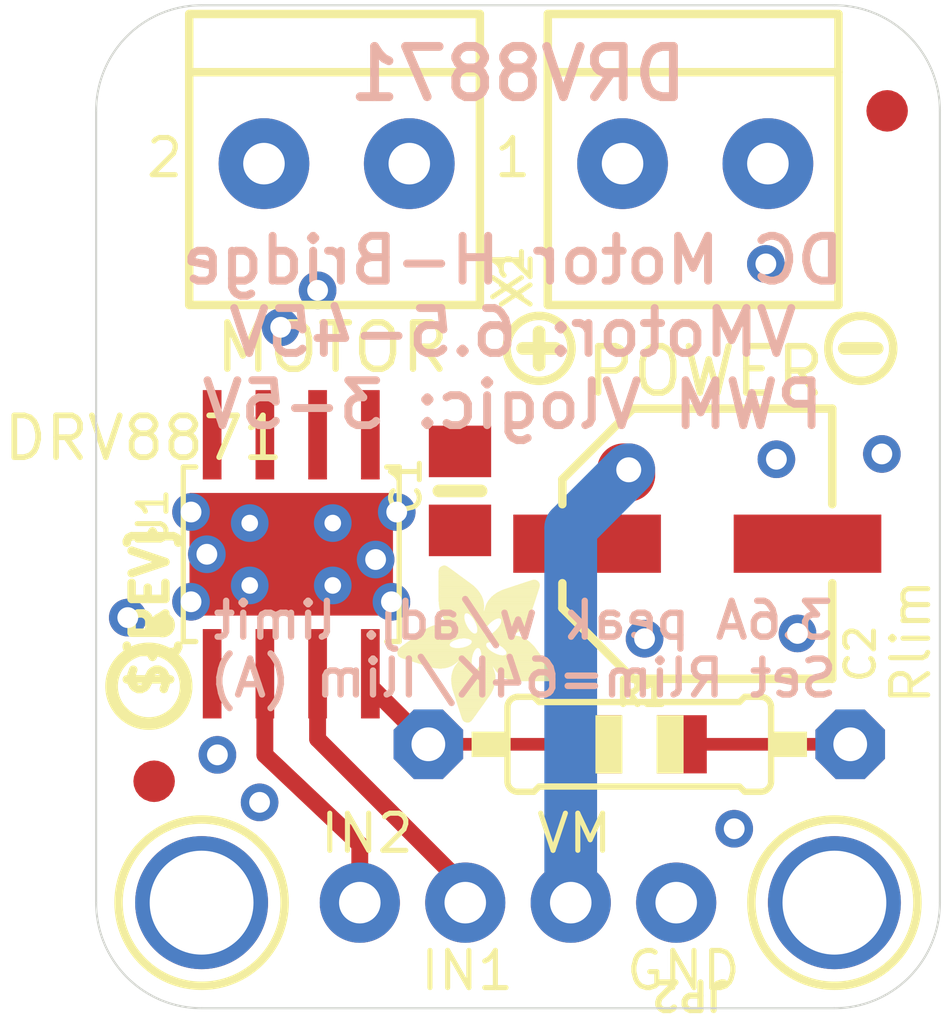
<source format=kicad_pcb>
(kicad_pcb (version 20241229) (generator "pcbnew") (generator_version "9.0")
  (layers (0 "F.Cu" signal) (2 "B.Cu" signal) (13 "F.Paste" user) (15 "B.Paste" user) (5 "F.SilkS" user "F.Silkscreen") (7 "B.SilkS" user "B.Silkscreen") (1 "F.Mask" user) (3 "B.Mask" user) (25 "Edge.Cuts" user))
  (net 0 "")
  (net 1 "GND")
  (net 2 "N$1")
  (net 3 "OUT2")
  (net 4 "OUT1")
  (net 5 "IN2")
  (net 6 "IN1")
  (net 7 "VMOTOR")
  (footprint "Adafruit DRV8871:0805-NO" (layer "F.Cu") (at 147.1041 104.6226 -90)
    (property "Reference" "C1" (at 0.635 0.889 90) (layer "F.SilkS") (effects (font (size 0.692831 0.692831) (thickness 0.119969)) (justify left bottom)))
    (property "Value" "0.1uF/50V")
    (pad "1" smd rect (at -0.95 0 270) (size 1.24 1.5) (layers "F.Cu" "F.Mask" "F.Paste") (net 7 "VMOTOR"))
    (pad "2" smd rect (at 0.95 0 270) (size 1.24 1.5) (layers "F.Cu" "F.Mask" "F.Paste") (net 1 "GND"))
  )
  (footprint "Adafruit DRV8871:SYMBOL_PLUS" (layer "F.Cu") (at 149.0091 101.1936 90)
    (property "Reference" "U$11" (hide yes))
    (property "Value" "" (hide yes))
  )
  (footprint "Adafruit DRV8871:MOUNTINGHOLE_2.5_PLATED" (layer "F.Cu") (at 140.8811 114.5286 90)
    (property "Reference" "U$9" (hide yes))
    (property "Value" "MOUNTINGHOLE2.5" (hide yes))
    (pad "P$1" thru_hole circle (at 0 0 90) (size 3.2 3.2) (drill 2.5) (layers "*.Cu" "*.Mask"))
  )
  (footprint "Adafruit DRV8871:ADAFRUIT_3.5MM" (layer "F.Cu") (at 149.3901 106.4006 180)
    (property "Reference" "U$14" (hide yes))
    (property "Value" "" (hide yes))
  )
  (footprint "Adafruit DRV8871:PCBFEAT-REV-040" (layer "F.Cu") (at 139.6111 109.3216 90)
    (property "Reference" "U$15" (hide yes))
    (property "Value" "" (hide yes))
    (fp_text user "${REV}" (at -0.3556 0.508 90) (layer "F.SilkS") (effects (font (size 0.8128 0.8128) (thickness 0.2032)) (justify left bottom)))
  )
  (footprint "Adafruit DRV8871:PANASONIC_D" (layer "F.Cu") (at 152.8191 105.8926 180)
    (property "Reference" "C2" (at -4.334 -3.401 90) (layer "F.SilkS") (effects (font (size 0.692831 0.692831) (thickness 0.119969)) (justify left bottom)))
    (property "Value" "22uF/63V")
    (pad "+" smd rect (at 2.654 0 180) (size 3.556 1.4) (layers "F.Cu" "F.Mask" "F.Paste") (net 7 "VMOTOR"))
    (pad "-" smd rect (at -2.654 0 180) (size 3.556 1.4) (layers "F.Cu" "F.Mask" "F.Paste") (net 1 "GND"))
  )
  (footprint "Adafruit DRV8871:TERMBLOCK_1X2-3.5MM" (layer "F.Cu") (at 152.8191 96.7486 180)
    (property "Reference" "X2" (at 4.746 -2.08 90) (layer "F.SilkS") (effects (font (size 0.692831 0.692831) (thickness 0.119969)) (justify right top)))
    (property "Value" "POWER")
    (pad "1" thru_hole circle (at 1.8 0 180) (size 2.1844 2.1844) (drill 1) (layers "*.Cu" "*.Mask") (net 7 "VMOTOR"))
    (pad "2" thru_hole circle (at -1.7 0 180) (size 2.1844 2.1844) (drill 1) (layers "*.Cu" "*.Mask") (net 1 "GND"))
  )
  (footprint "Adafruit DRV8871:FIDUCIAL_1MM" (layer "F.Cu") (at 139.7381 111.6076 90)
    (property "Reference" "FID2" (hide yes))
    (property "Value" "FIDUCIAL\"\"" (hide yes))
    (pad "1" smd roundrect (at 0 0 90) (size 1 1) (layers "F.Cu" "F.Mask") (roundrect_rratio 0.5))
  )
  (footprint "Adafruit DRV8871:0805-THM" (layer "F.Cu") (at 151.4221 110.7186 180)
    (property "Reference" "R1" (at 0.635 0.889 0) (layer "F.SilkS") (effects (font (size 0.60706 0.60706) (thickness 0.20574)) (justify left bottom)))
    (property "Value" "30K")
    (fp_line (start 1 0) (end 5.1 0) (stroke (width 0.3048)) (layer "F.Cu"))
    (fp_line (start -4.5 0) (end -1.1 0) (stroke (width 0.3048)) (layer "F.Cu"))
    (fp_poly (pts (xy 0.4254 0.7) (xy 1.6254 0.7) (xy 1.6254 -0.7) (xy 0.4254 -0.7)) (fill yes) (layer "F.Cu"))
    (fp_poly (pts (xy -1.6254 0.7) (xy -0.4254 0.7) (xy -0.4254 -0.7) (xy -1.6254 -0.7)) (fill yes) (layer "F.Cu"))
    (pad "1" thru_hole roundrect (at -5.08 0 180) (size 1.6764 1.6764) (drill 0.8128) (layers "*.Cu" "*.Mask") (chamfer_ratio 0.2928932188) (chamfer top_left top_right bottom_left bottom_right) (net 1 "GND"))
    (pad "2" thru_hole roundrect (at 5.08 0 180) (size 1.6764 1.6764) (drill 0.8128) (layers "*.Cu" "*.Mask") (chamfer_ratio 0.2928932188) (chamfer top_left top_right bottom_left bottom_right) (net 2 "N$1"))
  )
  (footprint "Adafruit DRV8871:MOUNTINGHOLE_2.5_PLATED" (layer "F.Cu") (at 156.1211 114.5286 90)
    (property "Reference" "U$10" (hide yes))
    (property "Value" "MOUNTINGHOLE2.5" (hide yes))
    (pad "P$1" thru_hole circle (at 0 0 90) (size 3.2 3.2) (drill 2.5) (layers "*.Cu" "*.Mask"))
  )
  (footprint "Adafruit DRV8871:1X04_ROUND_76" (layer "F.Cu") (at 148.5011 114.5286 180)
    (property "Reference" "JP2" (at -5.1562 -1.8288 180) (layer "F.SilkS") (effects (font (size 0.666496 0.666496) (thickness 0.146304)) (justify left bottom)))
    (property "Value" "")
    (pad "1" thru_hole circle (at -3.81 0 270) (size 1.9304 1.9304) (drill 1) (layers "*.Cu" "*.Mask") (net 1 "GND"))
    (pad "2" thru_hole circle (at -1.27 0 270) (size 1.9304 1.9304) (drill 1) (layers "*.Cu" "*.Mask") (net 7 "VMOTOR"))
    (pad "3" thru_hole circle (at 1.27 0 270) (size 1.9304 1.9304) (drill 1) (layers "*.Cu" "*.Mask") (net 6 "IN1"))
    (pad "4" thru_hole circle (at 3.81 0 270) (size 1.9304 1.9304) (drill 1) (layers "*.Cu" "*.Mask") (net 5 "IN2"))
  )
  (footprint "Adafruit DRV8871:HSOP8" (layer "F.Cu") (at 143.0401 106.1466)
    (property "Reference" "U1" (at -2.927 -0.097 90) (layer "F.SilkS") (effects (font (size 0.692831 0.692831) (thickness 0.119969)) (justify left bottom)))
    (property "Value" "DRV8871")
    (pad "1" smd rect (at -1.905 2.875 90) (size 2.15 0.45) (layers "F.Cu" "F.Mask" "F.Paste") (net 1 "GND"))
    (pad "2" smd rect (at -0.635 2.875 90) (size 2.15 0.45) (layers "F.Cu" "F.Mask" "F.Paste") (net 5 "IN2"))
    (pad "3" smd rect (at 0.635 2.875 90) (size 2.15 0.45) (layers "F.Cu" "F.Mask" "F.Paste") (net 6 "IN1"))
    (pad "4" smd rect (at 1.905 2.875 90) (size 2.15 0.45) (layers "F.Cu" "F.Mask" "F.Paste") (net 2 "N$1"))
    (pad "5" smd rect (at 1.905 -2.875 90) (size 2.15 0.45) (layers "F.Cu" "F.Mask" "F.Paste") (net 7 "VMOTOR"))
    (pad "6" smd rect (at 0.635 -2.875 90) (size 2.15 0.45) (layers "F.Cu" "F.Mask" "F.Paste") (net 4 "OUT1"))
    (pad "7" smd rect (at -0.635 -2.875 90) (size 2.15 0.45) (layers "F.Cu" "F.Mask" "F.Paste") (net 1 "GND"))
    (pad "8" smd rect (at -1.905 -2.875 90) (size 2.15 0.45) (layers "F.Cu" "F.Mask" "F.Paste") (net 3 "OUT2"))
    (pad "GND" smd rect (at 0 0 90) (size 2.95 4.9) (layers "F.Cu") (net 1 "GND"))
    (pad "P$1" thru_hole circle (at -1 -0.75) (size 0.908 0.908) (drill 0.4) (layers "*.Cu" "*.Mask") (net 1 "GND"))
    (pad "P$2" thru_hole circle (at -1 0.75) (size 0.908 0.908) (drill 0.4) (layers "*.Cu" "*.Mask") (net 1 "GND"))
    (pad "P$3" thru_hole circle (at 1 0.75) (size 0.908 0.908) (drill 0.4) (layers "*.Cu" "*.Mask") (net 1 "GND"))
    (pad "P$4" thru_hole circle (at 1 -0.75) (size 0.908 0.908) (drill 0.4) (layers "*.Cu" "*.Mask") (net 1 "GND"))
  )
  (footprint "Adafruit DRV8871:FIDUCIAL_1MM" (layer "F.Cu") (at 157.3911 95.4786 90)
    (property "Reference" "FID1" (hide yes))
    (property "Value" "FIDUCIAL\"\"" (hide yes))
    (pad "1" smd roundrect (at 0 0 90) (size 1 1) (layers "F.Cu" "F.Mask") (roundrect_rratio 0.5))
  )
  (footprint "Adafruit DRV8871:SYMBOL_MINUS" (layer "F.Cu") (at 156.7561 101.1936 180)
    (property "Reference" "U$12" (hide yes))
    (property "Value" "" (hide yes))
  )
  (footprint "Adafruit DRV8871:TERMBLOCK_1X2-3.5MM" (layer "F.Cu") (at 144.1831 96.7486 180)
    (property "Reference" "X1" (at -4.492 -3.381 90) (layer "F.SilkS") (effects (font (size 0.692831 0.692831) (thickness 0.119969)) (justify left bottom)))
    (property "Value" "DCMOTOR")
    (pad "1" thru_hole circle (at 1.8 0 180) (size 2.1844 2.1844) (drill 1) (layers "*.Cu" "*.Mask") (net 3 "OUT2"))
    (pad "2" thru_hole circle (at -1.7 0 180) (size 2.1844 2.1844) (drill 1) (layers "*.Cu" "*.Mask") (net 4 "OUT1"))
  )
  (gr_line (start 158.6611 95.4786) (end 158.6611 114.5286) (stroke (width 0.05)) (layer "Edge.Cuts"))
  (gr_arc (start 140.8811 117.0686) (mid 139.085049 116.324651) (end 138.3411 114.5286) (stroke (width 0.05)) (layer "Edge.Cuts"))
  (gr_arc (start 158.6611 114.5286) (mid 157.917151 116.324651) (end 156.1211 117.0686) (stroke (width 0.05)) (layer "Edge.Cuts"))
  (gr_arc (start 156.1211 92.9386) (mid 157.917151 93.682549) (end 158.6611 95.4786) (stroke (width 0.05)) (layer "Edge.Cuts"))
  (gr_line (start 138.3411 114.5286) (end 138.3411 95.4786) (stroke (width 0.05)) (layer "Edge.Cuts"))
  (gr_arc (start 138.3411 95.4786) (mid 139.085049 93.682549) (end 140.8811 92.9386) (stroke (width 0.05)) (layer "Edge.Cuts"))
  (gr_line (start 156.1211 117.0686) (end 140.8811 117.0686) (stroke (width 0.05)) (layer "Edge.Cuts"))
  (gr_line (start 140.8811 92.9386) (end 156.1211 92.9386) (stroke (width 0.05)) (layer "Edge.Cuts"))
  (gr_text "2" (at 139.4841 97.1296 0) (layer "F.SilkS") (effects (font (size 0.89408 0.89408) (thickness 0.12192)) (justify left bottom)))
  (gr_text "POWER" (at 150.065982 102.401116 0) (layer "F.SilkS") (effects (font (size 1.1176 1.1176) (thickness 0.1524)) (justify left bottom)))
  (gr_text "Rlim" (at 158.484113 109.821811 90) (layer "F.SilkS") (effects (font (size 0.89408 0.89408) (thickness 0.12192)) (justify left bottom)))
  (gr_text "GND" (at 151.0411 116.6876 0) (layer "F.SilkS") (effects (font (size 0.89408 0.89408) (thickness 0.12192)) (justify left bottom)))
  (gr_text "MOTOR" (at 141.1351 101.8286 0) (layer "F.SilkS") (effects (font (size 1.1176 1.1176) (thickness 0.1524)) (justify left bottom)))
  (gr_text "VM" (at 148.8821 113.3856 0) (layer "F.SilkS") (effects (font (size 0.89408 0.89408) (thickness 0.12192)) (justify left bottom)))
  (gr_text "DRV8871" (at 139.4841 103.3526 0) (layer "F.SilkS") (effects (font (size 1.00584 1.00584) (thickness 0.13716))))
  (gr_text "IN1" (at 146.0881 116.6876 0) (layer "F.SilkS") (effects (font (size 0.89408 0.89408) (thickness 0.12192)) (justify left bottom)))
  (gr_text "IN2" (at 143.6751 113.3856 0) (layer "F.SilkS") (effects (font (size 0.89408 0.89408) (thickness 0.12192)) (justify left bottom)))
  (gr_text "1" (at 147.8661 97.1296 0) (layer "F.SilkS") (effects (font (size 0.89408 0.89408) (thickness 0.12192)) (justify left bottom)))
  (gr_text "DC Motor H-Bridge\nVMotor: 6.5-45V\nPWM Vlogic: 3-5V" (at 148.3741 100.8126 -0) (layer "B.SilkS") (effects (font (size 1.0795 1.0795) (thickness 0.1905)) (justify mirror)))
  (gr_text "DRV8871" (at 148.5011 94.5896 -0) (layer "B.SilkS") (effects (font (size 1.20904 1.20904) (thickness 0.21336)) (justify mirror)))
  (gr_text "3.6A peak w/adj. limit\nSet Rlim=64K/Ilim (A)" (at 148.6281 108.4326 -0) (layer "B.SilkS") (effects (font (size 0.8636 0.8636) (thickness 0.1524)) (justify mirror)))
  (via (at 151.5491 108.1786) (size 0.9064) (drill 0.5) (layers "F.Cu" "B.Cu") (net 1))
  (via (at 145.0721 106.2736) (size 0.9064) (drill 0.5) (layers "F.Cu" "B.Cu") (net 1))
  (via (at 154.4701 99.1616) (size 0.9064) (drill 0.5) (layers "F.Cu" "B.Cu") (net 1))
  (via (at 142.7861 100.6856) (size 0.9064) (drill 0.5) (layers "F.Cu" "B.Cu") (net 1))
  (via (at 153.7081 112.7506) (size 0.9064) (drill 0.5) (layers "F.Cu" "B.Cu") (net 1))
  (via (at 145.5801 105.1306) (size 0.9064) (drill 0.5) (layers "F.Cu" "B.Cu") (net 1))
  (via (at 145.4531 107.2896) (size 0.9064) (drill 0.5) (layers "F.Cu" "B.Cu") (net 1))
  (via (at 141.2621 110.9726) (size 0.9064) (drill 0.5) (layers "F.Cu" "B.Cu") (net 1))
  (via (at 140.6271 107.2896) (size 0.9064) (drill 0.5) (layers "F.Cu" "B.Cu") (net 1))
  (via (at 141.0081 106.1466) (size 0.9064) (drill 0.5) (layers "F.Cu" "B.Cu") (net 1))
  (via (at 140.6271 105.1306) (size 0.9064) (drill 0.5) (layers "F.Cu" "B.Cu") (net 1))
  (via (at 154.7241 103.8606) (size 0.9064) (drill 0.5) (layers "F.Cu" "B.Cu") (net 1))
  (via (at 157.2641 103.7336) (size 0.9064) (drill 0.5) (layers "F.Cu" "B.Cu") (net 1))
  (via (at 142.2781 112.1156) (size 0.9064) (drill 0.5) (layers "F.Cu" "B.Cu") (net 1))
  (via (at 143.6751 99.7966) (size 0.9064) (drill 0.5) (layers "F.Cu" "B.Cu") (net 1))
  (via (at 139.1031 107.6706) (size 0.9064) (drill 0.5) (layers "F.Cu" "B.Cu") (net 1))
  (via (at 155.2321 108.0516) (size 0.9064) (drill 0.5) (layers "F.Cu" "B.Cu") (net 1))
  (segment (start 144.9451 109.3216) (end 146.3421 110.7186) (width 0.4064) (layer "F.Cu") (net 2))
  (segment (start 144.9451 109.0216) (end 144.9451 109.3216) (width 0.4064) (layer "F.Cu") (net 2))
  (segment (start 142.4051 110.9726) (end 142.4051 109.0216) (width 0.4064) (layer "F.Cu") (net 5))
  (segment (start 144.6911 114.5286) (end 144.6911 113.1316) (width 0.4064) (layer "F.Cu") (net 5))
  (segment (start 144.6911 113.1316) (end 142.4051 110.9726) (width 0.4064) (layer "F.Cu") (net 5))
  (segment (start 147.2311 114.1476) (end 143.6751 110.5916) (width 0.4064) (layer "F.Cu") (net 6))
  (segment (start 147.2311 114.5286) (end 147.2311 114.1476) (width 0.4064) (layer "F.Cu") (net 6))
  (segment (start 143.6751 110.5916) (end 143.6751 109.0216) (width 0.4064) (layer "F.Cu") (net 6))
  (segment (start 151.1681 104.1146) (end 151.1681 104.2416) (width 1.27) (layer "F.Cu") (net 7))
  (segment (start 151.1681 104.2416) (end 151.0411 104.1146) (width 1.27) (layer "F.Cu") (net 7))
  (via (at 151.1681 104.1146) (size 1.0064) (drill 0.6) (layers "F.Cu" "B.Cu") (net 7))
  (segment (start 149.7711 114.5286) (end 149.7711 105.5116) (width 1.27) (layer "B.Cu") (net 7))
  (segment (start 149.7711 105.5116) (end 151.1681 104.1146) (width 1.27) (layer "B.Cu") (net 7))
)
</source>
